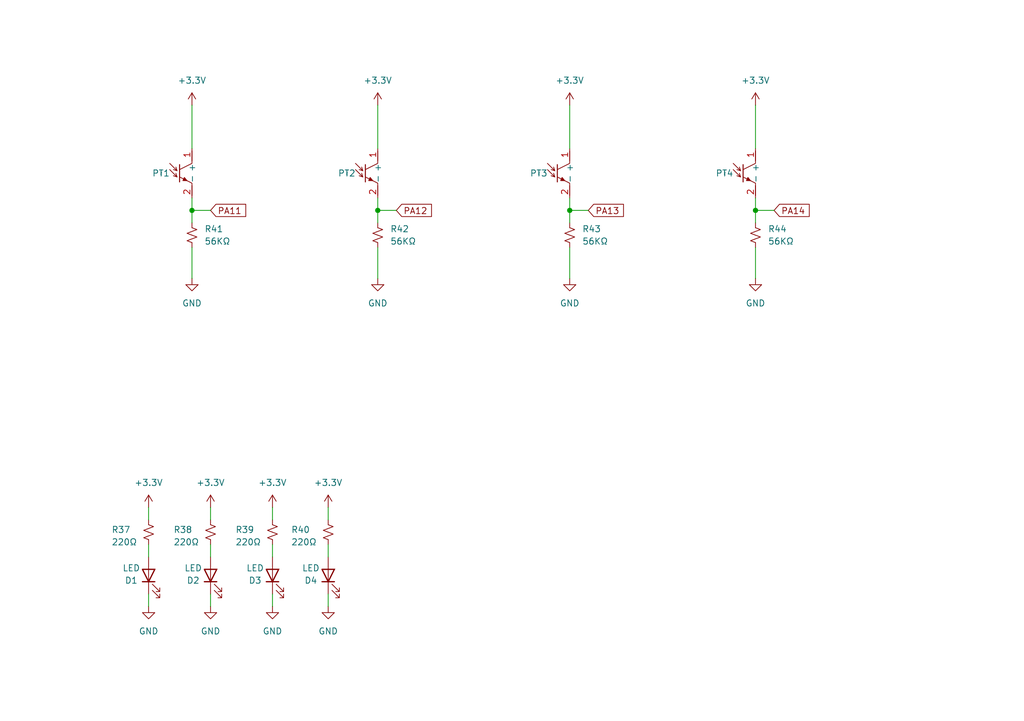
<source format=kicad_sch>
(kicad_sch (version 20231120) (generator "eeschema") (generator_version "8.0")
  (paper "A5")
  (lib_symbols
    (symbol "2N4403:PT204-6B"
      (property "Reference" "PT" (at 0 5.588 0))
      (symbol "PT204-6B_0_1"
        (polyline (pts (xy -4.572 0) (xy -2.032 0) (xy -0.762 2.54)))
        (polyline (pts (xy 4.572 0) (xy 2.032 0) (xy 0.762 2.54)))
        (polyline (pts (xy -2.032 4.572) (xy -0.508 3.048) (xy -1.27 3.302) (xy -0.508 3.048) (xy -0.762 3.81)))
        (polyline (pts (xy -0.762 4.572) (xy 0.762 3.048) (xy 0 3.302) (xy 0.762 3.048) (xy 0.508 3.81)))
      )
      (symbol "PT204-6B_1_1"
        (polyline (pts (xy -1.778 2.54) (xy 1.778 2.54)) (stroke (width 0.2032)))
        (polyline (pts (xy 0.8536 1.5649) (xy 1.5113 1.8625) (xy 1.5173 1.0178) (xy 0.8644 1.5468)) (fill (type outline)))
        (pin passive line (at -5.08 0 0) (length 2.54) (name "+") (number "1"))
        (pin passive line (at 5.08 0 180) (length 2.54) (name "-") (number "2"))
      )
    )
    (symbol "Device:R_Small_US" (pin_numbers hide) (pin_names (offset 0.254) hide)
      (property "Reference" "R" (at 0.762 0.508 0))
      (property "Value" "R_Small_US" (at 0.762 -1.016 0))
      (symbol "R_Small_US_1_1"
        (polyline (pts (xy 0 0) (xy 1.016 -0.381) (xy 0 -0.762) (xy -1.016 -1.143) (xy 0 -1.524)))
        (polyline (pts (xy 0 1.524) (xy 1.016 1.143) (xy 0 0.762) (xy -1.016 0.381) (xy 0 0)))
        (pin passive line (at 0 2.54 270) (length 1.016) (name "~") (number "1"))
        (pin passive line (at 0 -2.54 90) (length 1.016) (name "~") (number "2"))
      )
    )
    (symbol "LED_1" (pin_numbers hide) (pin_names (offset 1.016) hide)
      (property "Reference" "D" (at 0 2.54 0))
      (property "Value" "LED" (at 0 -2.54 0))
      (symbol "LED_1_0_1"
        (polyline (pts (xy -1.27 -1.27) (xy -1.27 1.27)) (stroke (width 0.254)))
        (polyline (pts (xy -1.27 0) (xy 1.27 0)))
        (polyline (pts (xy 1.27 -1.27) (xy 1.27 1.27) (xy -1.27 0) (xy 1.27 -1.27)) (stroke (width 0.254)))
        (polyline (pts (xy -3.048 -0.762) (xy -4.572 -2.286) (xy -3.81 -2.286) (xy -4.572 -2.286) (xy -4.572 -1.524)))
        (polyline (pts (xy -1.778 -0.762) (xy -3.302 -2.286) (xy -2.54 -2.286) (xy -3.302 -2.286) (xy -3.302 -1.524)))
      )
      (symbol "LED_1_1_1"
        (pin passive line (at -3.81 0 0) (length 2.54) (name "K") (number "1"))
        (pin passive line (at 3.81 0 180) (length 2.54) (name "A") (number "2"))
      )
    )
    (symbol "power:+3.3V" (power) (pin_numbers hide) (pin_names (offset 0) hide)
      (property "Value" "+3.3V" (at 0 3.556 0))
      (symbol "+3.3V_0_1"
        (polyline (pts (xy -0.762 1.27) (xy 0 2.54)))
        (polyline (pts (xy 0 0) (xy 0 2.54)))
        (polyline (pts (xy 0 2.54) (xy 0.762 1.27)))
      )
      (symbol "+3.3V_1_1"
        (pin power_in line (at 0 0 90) (length 0) (name "~") (number "1"))
      )
    )
    (symbol "power:GND" (power) (pin_numbers hide) (pin_names (offset 0) hide)
      (property "Value" "GND" (at 0 -3.81 0))
      (symbol "GND_0_1"
        (polyline (pts (xy 0 0) (xy 0 -1.27) (xy 1.27 -1.27) (xy 0 -2.54) (xy -1.27 -1.27) (xy 0 -1.27)))
      )
      (symbol "GND_1_1"
        (pin power_in line (at 0 0 270) (length 0) (name "~") (number "1"))
      )
    )
  )
  (junction (at 77.47 43.18))
  (junction (at 154.94 43.18))
  (junction (at 116.84 43.18))
  (junction (at 39.37 43.18))
  (wire (pts (xy 154.94 21.59) (xy 154.94 30.48)))
  (wire (pts (xy 77.47 43.18) (xy 77.47 40.64)))
  (wire (pts (xy 116.84 50.8) (xy 116.84 57.15)))
  (wire (pts (xy 67.31 111.76) (xy 67.31 114.3)))
  (wire (pts (xy 30.48 124.46) (xy 30.48 121.92)))
  (wire (pts (xy 154.94 43.18) (xy 154.94 40.64)))
  (wire (pts (xy 154.94 45.72) (xy 154.94 43.18)))
  (wire (pts (xy 43.18 43.18) (xy 39.37 43.18)))
  (wire (pts (xy 154.94 50.8) (xy 154.94 57.15)))
  (wire (pts (xy 116.84 21.59) (xy 116.84 30.48)))
  (wire (pts (xy 158.75 43.18) (xy 154.94 43.18)))
  (wire (pts (xy 116.84 43.18) (xy 116.84 40.64)))
  (wire (pts (xy 116.84 45.72) (xy 116.84 43.18)))
  (wire (pts (xy 77.47 50.8) (xy 77.47 57.15)))
  (wire (pts (xy 30.48 111.76) (xy 30.48 114.3)))
  (wire (pts (xy 39.37 21.59) (xy 39.37 30.48)))
  (wire (pts (xy 55.88 104.14) (xy 55.88 106.68)))
  (wire (pts (xy 120.65 43.18) (xy 116.84 43.18)))
  (wire (pts (xy 43.18 104.14) (xy 43.18 106.68)))
  (wire (pts (xy 77.47 45.72) (xy 77.47 43.18)))
  (wire (pts (xy 30.48 104.14) (xy 30.48 106.68)))
  (wire (pts (xy 67.31 104.14) (xy 67.31 106.68)))
  (wire (pts (xy 39.37 50.8) (xy 39.37 57.15)))
  (wire (pts (xy 43.18 111.76) (xy 43.18 114.3)))
  (wire (pts (xy 55.88 111.76) (xy 55.88 114.3)))
  (wire (pts (xy 39.37 43.18) (xy 39.37 40.64)))
  (wire (pts (xy 43.18 124.46) (xy 43.18 121.92)))
  (wire (pts (xy 39.37 45.72) (xy 39.37 43.18)))
  (wire (pts (xy 55.88 124.46) (xy 55.88 121.92)))
  (wire (pts (xy 81.28 43.18) (xy 77.47 43.18)))
  (wire (pts (xy 77.47 21.59) (xy 77.47 30.48)))
  (wire (pts (xy 67.31 124.46) (xy 67.31 121.92)))
  (global_label "PA14" (shape input) (at 158.75 43.18 0) (property "Intersheetrefs" "${INTERSHEET_REFS}" (effects (hide yes))))
  (global_label "PA12" (shape input) (at 81.28 43.18 0) (property "Intersheetrefs" "${INTERSHEET_REFS}" (effects (hide yes))))
  (global_label "PA11" (shape input) (at 43.18 43.18 0) (property "Intersheetrefs" "${INTERSHEET_REFS}" (effects (hide yes))))
  (global_label "PA13" (shape input) (at 120.65 43.18 0) (property "Intersheetrefs" "${INTERSHEET_REFS}" (effects (hide yes))))
  (symbol (lib_id "power:+3.3V") (at 39.37 21.59 0) (unit 1)
    (property "Reference" "#PWR034" (effects (hide yes)))
    (property "Value" "+3.3V" (at 39.37 16.51 0))
    (property "Description" "Power symbol creates a global label with name \"+3.3V\"" (effects (hide yes)))
  )
  (symbol (lib_id "2N4403:PT204-6B") (at 77.47 35.56 90) (mirror x) (unit 1)
    (property "Reference" "PT2" (at 71.12 35.56 90))
    (property "Value" "~" (at 71.12 35.56 0))
    (property "Footprint" "LED_THT:LED_D5.0mm" (effects (hide yes)))
  )
  (symbol (lib_name "LED_1") (lib_id "Device:LED") (at 30.48 118.11 90) (unit 1) (on_board no)
    (property "Reference" "D1" (at 26.924 119.126 90))
    (property "Value" "LED" (at 26.924 116.586 90))
    (property "Footprint" "LED_THT:LED_D5.0mm" (effects (hide yes)))
    (property "Description" "Light emitting diode" (effects (hide yes)))
  )
  (symbol (lib_id "power:GND") (at 154.94 57.15 0) (unit 1)
    (property "Reference" "#PWR048" (effects (hide yes)))
    (property "Value" "GND" (at 154.94 62.23 0))
    (property "Description" "Power symbol creates a global label with name \"GND\" , ground" (effects (hide yes)))
  )
  (symbol (lib_id "power:+3.3V") (at 30.48 104.14 0) (unit 1) (on_board no)
    (property "Reference" "#PWR033" (effects (hide yes)))
    (property "Value" "+3.3V" (at 30.48 99.06 0))
    (property "Description" "Power symbol creates a global label with name \"+3.3V\"" (effects (hide yes)))
  )
  (symbol (lib_id "power:+3.3V") (at 154.94 21.59 0) (unit 1)
    (property "Reference" "#PWR040" (effects (hide yes)))
    (property "Value" "+3.3V" (at 154.94 16.51 0))
    (property "Description" "Power symbol creates a global label with name \"+3.3V\"" (effects (hide yes)))
  )
  (symbol (lib_id "power:+3.3V") (at 77.47 21.59 0) (unit 1)
    (property "Reference" "#PWR036" (effects (hide yes)))
    (property "Value" "+3.3V" (at 77.47 16.51 0))
    (property "Description" "Power symbol creates a global label with name \"+3.3V\"" (effects (hide yes)))
  )
  (symbol (lib_id "power:GND") (at 30.48 124.46 0) (unit 1) (on_board no)
    (property "Reference" "#PWR041" (effects (hide yes)))
    (property "Value" "GND" (at 30.48 129.54 0))
    (property "Description" "Power symbol creates a global label with name \"GND\" , ground" (effects (hide yes)))
  )
  (symbol (lib_id "2N4403:PT204-6B") (at 39.37 35.56 90) (mirror x) (unit 1)
    (property "Reference" "PT1" (at 33.02 35.56 90))
    (property "Value" "~" (at 33.02 35.56 0))
    (property "Footprint" "LED_THT:LED_D5.0mm" (effects (hide yes)))
  )
  (symbol (lib_id "Device:R_Small_US") (at 39.37 48.26 0) (unit 1)
    (property "Reference" "R41" (at 41.91 46.9899 0) (effects (justify left)))
    (property "Value" "56KΩ" (at 41.91 49.5299 0) (effects (justify left)))
    (property "Footprint" "Resistor_SMD:R_0805_2012Metric" (effects (hide yes)))
    (property "Description" "Resistor, small US symbol" (effects (hide yes)))
  )
  (symbol (lib_id "Device:R_Small_US") (at 43.18 109.22 0) (unit 1) (on_board no)
    (property "Reference" "R38" (at 35.56 108.712 0) (effects (justify left)))
    (property "Value" "220Ω" (at 35.56 111.252 0) (effects (justify left)))
    (property "Footprint" "Resistor_SMD:R_0805_2012Metric" (effects (hide yes)))
    (property "Description" "Resistor, small US symbol" (effects (hide yes)))
  )
  (symbol (lib_id "power:GND") (at 67.31 124.46 0) (unit 1) (on_board no)
    (property "Reference" "#PWR047" (effects (hide yes)))
    (property "Value" "GND" (at 67.31 129.54 0))
    (property "Description" "Power symbol creates a global label with name \"GND\" , ground" (effects (hide yes)))
  )
  (symbol (lib_id "Device:R_Small_US") (at 154.94 48.26 0) (unit 1)
    (property "Reference" "R44" (at 157.48 46.9899 0) (effects (justify left)))
    (property "Value" "56KΩ" (at 157.48 49.5299 0) (effects (justify left)))
    (property "Footprint" "Resistor_SMD:R_0805_2012Metric" (effects (hide yes)))
    (property "Description" "Resistor, small US symbol" (effects (hide yes)))
  )
  (symbol (lib_id "power:GND") (at 77.47 57.15 0) (unit 1)
    (property "Reference" "#PWR044" (effects (hide yes)))
    (property "Value" "GND" (at 77.47 62.23 0))
    (property "Description" "Power symbol creates a global label with name \"GND\" , ground" (effects (hide yes)))
  )
  (symbol (lib_id "power:+3.3V") (at 67.31 104.14 0) (unit 1) (on_board no)
    (property "Reference" "#PWR039" (effects (hide yes)))
    (property "Value" "+3.3V" (at 67.31 99.06 0))
    (property "Description" "Power symbol creates a global label with name \"+3.3V\"" (effects (hide yes)))
  )
  (symbol (lib_id "power:GND") (at 39.37 57.15 0) (unit 1)
    (property "Reference" "#PWR042" (effects (hide yes)))
    (property "Value" "GND" (at 39.37 62.23 0))
    (property "Description" "Power symbol creates a global label with name \"GND\" , ground" (effects (hide yes)))
  )
  (symbol (lib_id "Device:R_Small_US") (at 67.31 109.22 0) (unit 1) (on_board no)
    (property "Reference" "R40" (at 59.69 108.712 0) (effects (justify left)))
    (property "Value" "220Ω" (at 59.69 111.252 0) (effects (justify left)))
    (property "Footprint" "Resistor_SMD:R_0805_2012Metric" (effects (hide yes)))
    (property "Description" "Resistor, small US symbol" (effects (hide yes)))
  )
  (symbol (lib_id "Device:R_Small_US") (at 55.88 109.22 0) (unit 1) (on_board no)
    (property "Reference" "R39" (at 48.26 108.712 0) (effects (justify left)))
    (property "Value" "220Ω" (at 48.26 111.252 0) (effects (justify left)))
    (property "Footprint" "Resistor_SMD:R_0805_2012Metric" (effects (hide yes)))
    (property "Description" "Resistor, small US symbol" (effects (hide yes)))
  )
  (symbol (lib_id "power:+3.3V") (at 43.18 104.14 0) (unit 1) (on_board no)
    (property "Reference" "#PWR035" (effects (hide yes)))
    (property "Value" "+3.3V" (at 43.18 99.06 0))
    (property "Description" "Power symbol creates a global label with name \"+3.3V\"" (effects (hide yes)))
  )
  (symbol (lib_name "LED_1") (lib_id "Device:LED") (at 67.31 118.11 90) (unit 1) (on_board no)
    (property "Reference" "D4" (at 63.754 119.126 90))
    (property "Value" "LED" (at 63.754 116.586 90))
    (property "Footprint" "LED_THT:LED_D5.0mm" (effects (hide yes)))
    (property "Description" "Light emitting diode" (effects (hide yes)))
  )
  (symbol (lib_id "power:GND") (at 43.18 124.46 0) (unit 1) (on_board no)
    (property "Reference" "#PWR043" (effects (hide yes)))
    (property "Value" "GND" (at 43.18 129.54 0))
    (property "Description" "Power symbol creates a global label with name \"GND\" , ground" (effects (hide yes)))
  )
  (symbol (lib_id "power:GND") (at 116.84 57.15 0) (unit 1)
    (property "Reference" "#PWR046" (effects (hide yes)))
    (property "Value" "GND" (at 116.84 62.23 0))
    (property "Description" "Power symbol creates a global label with name \"GND\" , ground" (effects (hide yes)))
  )
  (symbol (lib_name "LED_1") (lib_id "Device:LED") (at 55.88 118.11 90) (unit 1) (on_board no)
    (property "Reference" "D3" (at 52.324 119.126 90))
    (property "Value" "LED" (at 52.324 116.586 90))
    (property "Footprint" "LED_THT:LED_D5.0mm" (effects (hide yes)))
    (property "Description" "Light emitting diode" (effects (hide yes)))
  )
  (symbol (lib_id "power:GND") (at 55.88 124.46 0) (unit 1) (on_board no)
    (property "Reference" "#PWR045" (effects (hide yes)))
    (property "Value" "GND" (at 55.88 129.54 0))
    (property "Description" "Power symbol creates a global label with name \"GND\" , ground" (effects (hide yes)))
  )
  (symbol (lib_name "LED_1") (lib_id "Device:LED") (at 43.18 118.11 90) (unit 1) (on_board no)
    (property "Reference" "D2" (at 39.624 119.126 90))
    (property "Value" "LED" (at 39.624 116.586 90))
    (property "Footprint" "LED_THT:LED_D5.0mm" (effects (hide yes)))
    (property "Description" "Light emitting diode" (effects (hide yes)))
  )
  (symbol (lib_id "2N4403:PT204-6B") (at 154.94 35.56 90) (mirror x) (unit 1)
    (property "Reference" "PT4" (at 148.59 35.56 90))
    (property "Value" "~" (at 148.59 35.56 0))
    (property "Footprint" "LED_THT:LED_D5.0mm" (effects (hide yes)))
  )
  (symbol (lib_id "Device:R_Small_US") (at 77.47 48.26 0) (unit 1)
    (property "Reference" "R42" (at 80.01 46.9899 0) (effects (justify left)))
    (property "Value" "56KΩ" (at 80.01 49.5299 0) (effects (justify left)))
    (property "Footprint" "Resistor_SMD:R_0805_2012Metric" (effects (hide yes)))
    (property "Description" "Resistor, small US symbol" (effects (hide yes)))
  )
  (symbol (lib_id "2N4403:PT204-6B") (at 116.84 35.56 90) (mirror x) (unit 1)
    (property "Reference" "PT3" (at 110.49 35.56 90))
    (property "Value" "~" (at 110.49 35.56 0))
    (property "Footprint" "LED_THT:LED_D5.0mm" (effects (hide yes)))
  )
  (symbol (lib_id "Device:R_Small_US") (at 116.84 48.26 0) (unit 1)
    (property "Reference" "R43" (at 119.38 46.9899 0) (effects (justify left)))
    (property "Value" "56KΩ" (at 119.38 49.5299 0) (effects (justify left)))
    (property "Footprint" "Resistor_SMD:R_0805_2012Metric" (effects (hide yes)))
    (property "Description" "Resistor, small US symbol" (effects (hide yes)))
  )
  (symbol (lib_id "power:+3.3V") (at 55.88 104.14 0) (unit 1) (on_board no)
    (property "Reference" "#PWR037" (effects (hide yes)))
    (property "Value" "+3.3V" (at 55.88 99.06 0))
    (property "Description" "Power symbol creates a global label with name \"+3.3V\"" (effects (hide yes)))
  )
  (symbol (lib_id "Device:R_Small_US") (at 30.48 109.22 0) (unit 1) (on_board no)
    (property "Reference" "R37" (at 22.86 108.712 0) (effects (justify left)))
    (property "Value" "220Ω" (at 22.86 111.252 0) (effects (justify left)))
    (property "Footprint" "Resistor_SMD:R_0805_2012Metric" (effects (hide yes)))
    (property "Description" "Resistor, small US symbol" (effects (hide yes)))
  )
  (symbol (lib_id "power:+3.3V") (at 116.84 21.59 0) (unit 1)
    (property "Reference" "#PWR038" (effects (hide yes)))
    (property "Value" "+3.3V" (at 116.84 16.51 0))
    (property "Description" "Power symbol creates a global label with name \"+3.3V\"" (effects (hide yes)))
  )
)
</source>
